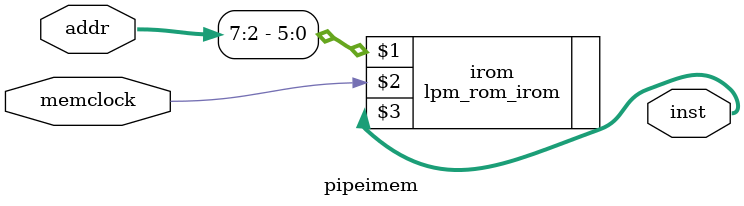
<source format=v>
module pipeimem(addr,inst,memclock);
	input  [31:0] addr;
	input memclock;
   output [31:0] inst;
   
    
   
   lpm_rom_irom irom (addr[7:2],memclock,inst); 
				
endmodule
</source>
